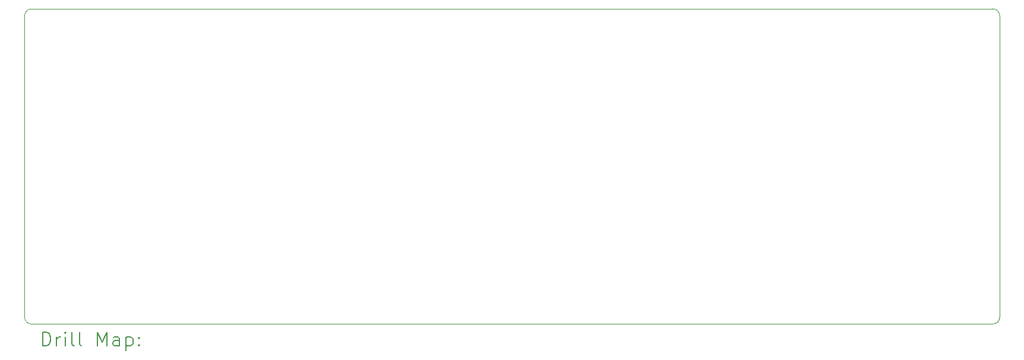
<source format=gbr>
%TF.GenerationSoftware,KiCad,Pcbnew,8.0.4*%
%TF.CreationDate,2024-08-20T13:45:48-07:00*%
%TF.ProjectId,Soil Power Sensor,536f696c-2050-46f7-9765-722053656e73,2.2.2*%
%TF.SameCoordinates,Original*%
%TF.FileFunction,Drillmap*%
%TF.FilePolarity,Positive*%
%FSLAX45Y45*%
G04 Gerber Fmt 4.5, Leading zero omitted, Abs format (unit mm)*
G04 Created by KiCad (PCBNEW 8.0.4) date 2024-08-20 13:45:48*
%MOMM*%
%LPD*%
G01*
G04 APERTURE LIST*
%ADD10C,0.050000*%
%ADD11C,0.200000*%
G04 APERTURE END LIST*
D10*
X11300000Y-9180163D02*
X25000000Y-9180163D01*
X25000000Y-4680163D02*
G75*
G02*
X25099997Y-4780163I0J-99997D01*
G01*
X11200000Y-4780163D02*
X11200000Y-9080163D01*
X25100000Y-9080163D02*
X25100000Y-4780163D01*
X25100000Y-9080163D02*
G75*
G02*
X25000000Y-9180160I-100000J3D01*
G01*
X11300000Y-4680163D02*
X25000000Y-4680163D01*
X11300000Y-9180163D02*
G75*
G02*
X11199997Y-9080163I0J100003D01*
G01*
X11200000Y-4780163D02*
G75*
G02*
X11300000Y-4680160I100000J3D01*
G01*
D11*
X11458277Y-9494147D02*
X11458277Y-9294147D01*
X11458277Y-9294147D02*
X11505896Y-9294147D01*
X11505896Y-9294147D02*
X11534467Y-9303671D01*
X11534467Y-9303671D02*
X11553515Y-9322719D01*
X11553515Y-9322719D02*
X11563039Y-9341766D01*
X11563039Y-9341766D02*
X11572562Y-9379861D01*
X11572562Y-9379861D02*
X11572562Y-9408433D01*
X11572562Y-9408433D02*
X11563039Y-9446528D01*
X11563039Y-9446528D02*
X11553515Y-9465576D01*
X11553515Y-9465576D02*
X11534467Y-9484623D01*
X11534467Y-9484623D02*
X11505896Y-9494147D01*
X11505896Y-9494147D02*
X11458277Y-9494147D01*
X11658277Y-9494147D02*
X11658277Y-9360814D01*
X11658277Y-9398909D02*
X11667801Y-9379861D01*
X11667801Y-9379861D02*
X11677324Y-9370338D01*
X11677324Y-9370338D02*
X11696372Y-9360814D01*
X11696372Y-9360814D02*
X11715420Y-9360814D01*
X11782086Y-9494147D02*
X11782086Y-9360814D01*
X11782086Y-9294147D02*
X11772562Y-9303671D01*
X11772562Y-9303671D02*
X11782086Y-9313195D01*
X11782086Y-9313195D02*
X11791610Y-9303671D01*
X11791610Y-9303671D02*
X11782086Y-9294147D01*
X11782086Y-9294147D02*
X11782086Y-9313195D01*
X11905896Y-9494147D02*
X11886848Y-9484623D01*
X11886848Y-9484623D02*
X11877324Y-9465576D01*
X11877324Y-9465576D02*
X11877324Y-9294147D01*
X12010658Y-9494147D02*
X11991610Y-9484623D01*
X11991610Y-9484623D02*
X11982086Y-9465576D01*
X11982086Y-9465576D02*
X11982086Y-9294147D01*
X12239229Y-9494147D02*
X12239229Y-9294147D01*
X12239229Y-9294147D02*
X12305896Y-9437004D01*
X12305896Y-9437004D02*
X12372562Y-9294147D01*
X12372562Y-9294147D02*
X12372562Y-9494147D01*
X12553515Y-9494147D02*
X12553515Y-9389385D01*
X12553515Y-9389385D02*
X12543991Y-9370338D01*
X12543991Y-9370338D02*
X12524943Y-9360814D01*
X12524943Y-9360814D02*
X12486848Y-9360814D01*
X12486848Y-9360814D02*
X12467801Y-9370338D01*
X12553515Y-9484623D02*
X12534467Y-9494147D01*
X12534467Y-9494147D02*
X12486848Y-9494147D01*
X12486848Y-9494147D02*
X12467801Y-9484623D01*
X12467801Y-9484623D02*
X12458277Y-9465576D01*
X12458277Y-9465576D02*
X12458277Y-9446528D01*
X12458277Y-9446528D02*
X12467801Y-9427480D01*
X12467801Y-9427480D02*
X12486848Y-9417957D01*
X12486848Y-9417957D02*
X12534467Y-9417957D01*
X12534467Y-9417957D02*
X12553515Y-9408433D01*
X12648753Y-9360814D02*
X12648753Y-9560814D01*
X12648753Y-9370338D02*
X12667801Y-9360814D01*
X12667801Y-9360814D02*
X12705896Y-9360814D01*
X12705896Y-9360814D02*
X12724943Y-9370338D01*
X12724943Y-9370338D02*
X12734467Y-9379861D01*
X12734467Y-9379861D02*
X12743991Y-9398909D01*
X12743991Y-9398909D02*
X12743991Y-9456052D01*
X12743991Y-9456052D02*
X12734467Y-9475099D01*
X12734467Y-9475099D02*
X12724943Y-9484623D01*
X12724943Y-9484623D02*
X12705896Y-9494147D01*
X12705896Y-9494147D02*
X12667801Y-9494147D01*
X12667801Y-9494147D02*
X12648753Y-9484623D01*
X12829705Y-9475099D02*
X12839229Y-9484623D01*
X12839229Y-9484623D02*
X12829705Y-9494147D01*
X12829705Y-9494147D02*
X12820182Y-9484623D01*
X12820182Y-9484623D02*
X12829705Y-9475099D01*
X12829705Y-9475099D02*
X12829705Y-9494147D01*
X12829705Y-9370338D02*
X12839229Y-9379861D01*
X12839229Y-9379861D02*
X12829705Y-9389385D01*
X12829705Y-9389385D02*
X12820182Y-9379861D01*
X12820182Y-9379861D02*
X12829705Y-9370338D01*
X12829705Y-9370338D02*
X12829705Y-9389385D01*
M02*

</source>
